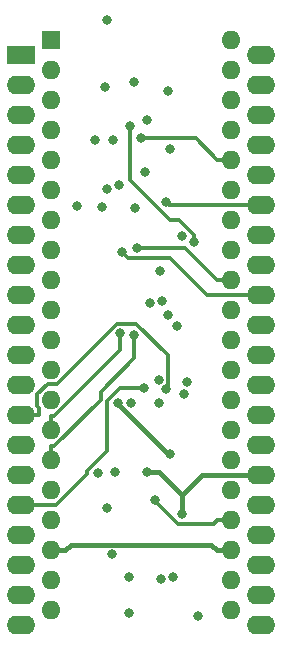
<source format=gtl>
G04 #@! TF.GenerationSoftware,KiCad,Pcbnew,(6.0.9)*
G04 #@! TF.CreationDate,2025-04-02T09:35:11+02:00*
G04 #@! TF.ProjectId,Sombrero_MSX_Goa'uld,536f6d62-7265-4726-9f5f-4d53585f476f,rev?*
G04 #@! TF.SameCoordinates,Original*
G04 #@! TF.FileFunction,Copper,L1,Top*
G04 #@! TF.FilePolarity,Positive*
%FSLAX46Y46*%
G04 Gerber Fmt 4.6, Leading zero omitted, Abs format (unit mm)*
G04 Created by KiCad (PCBNEW (6.0.9)) date 2025-04-02 09:35:11*
%MOMM*%
%LPD*%
G01*
G04 APERTURE LIST*
G04 #@! TA.AperFunction,ComponentPad*
%ADD10R,2.400000X1.600000*%
G04 #@! TD*
G04 #@! TA.AperFunction,ComponentPad*
%ADD11O,2.400000X1.600000*%
G04 #@! TD*
G04 #@! TA.AperFunction,ComponentPad*
%ADD12R,1.600000X1.600000*%
G04 #@! TD*
G04 #@! TA.AperFunction,ComponentPad*
%ADD13O,1.600000X1.600000*%
G04 #@! TD*
G04 #@! TA.AperFunction,ViaPad*
%ADD14C,0.800000*%
G04 #@! TD*
G04 #@! TA.AperFunction,Conductor*
%ADD15C,0.450000*%
G04 #@! TD*
G04 #@! TA.AperFunction,Conductor*
%ADD16C,0.300000*%
G04 #@! TD*
G04 APERTURE END LIST*
D10*
X137160000Y-77470000D03*
D11*
X137160000Y-80010000D03*
X137160000Y-82550000D03*
X137160000Y-85090000D03*
X137160000Y-87630000D03*
X137160000Y-90170000D03*
X137160000Y-92710000D03*
X137160000Y-95250000D03*
X137160000Y-97790000D03*
X137160000Y-100330000D03*
X137160000Y-102870000D03*
X137160000Y-105410000D03*
X137160000Y-107950000D03*
X137160000Y-110490000D03*
X137160000Y-113030000D03*
X137160000Y-115570000D03*
X137160000Y-118110000D03*
X137160000Y-120650000D03*
X137160000Y-123190000D03*
X137160000Y-125730000D03*
X157480000Y-125730000D03*
X157480000Y-123190000D03*
X157480000Y-120650000D03*
X157480000Y-118110000D03*
X157480000Y-115570000D03*
X157480000Y-113030000D03*
X157480000Y-110490000D03*
X157480000Y-107950000D03*
X157480000Y-105410000D03*
X157480000Y-102870000D03*
X157480000Y-100330000D03*
X157480000Y-97790000D03*
X157480000Y-95250000D03*
X157480000Y-92710000D03*
X157480000Y-90170000D03*
X157480000Y-87630000D03*
X157480000Y-85090000D03*
X157480000Y-82550000D03*
X157480000Y-80010000D03*
X157480000Y-77470000D03*
D12*
X139710000Y-76200000D03*
D13*
X139710000Y-78740000D03*
X139710000Y-81280000D03*
X139710000Y-83820000D03*
X139710000Y-86360000D03*
X139710000Y-88900000D03*
X139710000Y-91440000D03*
X139710000Y-93980000D03*
X139710000Y-96520000D03*
X139710000Y-99060000D03*
X139710000Y-101600000D03*
X139710000Y-104140000D03*
X139710000Y-106680000D03*
X139710000Y-109220000D03*
X139710000Y-111760000D03*
X139710000Y-114300000D03*
X139710000Y-116840000D03*
X139710000Y-119380000D03*
X139710000Y-121920000D03*
X139710000Y-124460000D03*
X154950000Y-124460000D03*
X154950000Y-121920000D03*
X154950000Y-119380000D03*
X154950000Y-116840000D03*
X154950000Y-114300000D03*
X154950000Y-111760000D03*
X154950000Y-109220000D03*
X154950000Y-106680000D03*
X154950000Y-104140000D03*
X154950000Y-101600000D03*
X154950000Y-99060000D03*
X154950000Y-96520000D03*
X154950000Y-93980000D03*
X154950000Y-91440000D03*
X154950000Y-88900000D03*
X154950000Y-86360000D03*
X154950000Y-83820000D03*
X154950000Y-81280000D03*
X154950000Y-78740000D03*
X154950000Y-76200000D03*
D14*
X145373600Y-106928600D03*
X149777300Y-111268800D03*
X150777400Y-116353400D03*
X141872700Y-90291000D03*
X144423600Y-88793000D03*
X146339400Y-124684900D03*
X147869400Y-112789700D03*
X150827000Y-92791600D03*
X147842300Y-82947400D03*
X151844700Y-93336600D03*
X146394300Y-83453300D03*
X145748200Y-94102200D03*
X144037100Y-90345100D03*
X144425000Y-115797300D03*
X145561900Y-101014200D03*
X146768400Y-101166600D03*
X148069800Y-98486900D03*
X149070000Y-98284300D03*
X149639800Y-99512200D03*
X150358900Y-100446300D03*
X146800700Y-90403800D03*
X146992900Y-93770700D03*
X145451500Y-88452500D03*
X147289100Y-84532800D03*
X149612100Y-80496600D03*
X144260300Y-80214500D03*
X146738500Y-79728400D03*
X152193800Y-124965900D03*
X143462700Y-84663000D03*
X144987900Y-84674000D03*
X144426000Y-74526100D03*
X149432400Y-89902100D03*
X147628100Y-87381700D03*
X148500900Y-115125500D03*
X150008000Y-121671300D03*
X149007900Y-121801800D03*
X144853500Y-119749900D03*
X148938500Y-95721100D03*
X149818500Y-85457200D03*
X143662600Y-112816200D03*
X145164600Y-112779500D03*
X146315000Y-121701900D03*
X151217200Y-105174600D03*
X151009000Y-106175700D03*
X148834100Y-104992300D03*
X149476700Y-105764300D03*
X148813000Y-106919400D03*
X147581200Y-105684300D03*
X146455400Y-106933400D03*
D15*
X145373600Y-107024400D02*
X149618000Y-111268800D01*
X149618000Y-111268800D02*
X149777300Y-111268800D01*
X145373600Y-106928600D02*
X145373600Y-107024400D01*
X147869400Y-112789800D02*
X147869400Y-112789700D01*
X152473200Y-113030000D02*
X150777400Y-114725800D01*
X150777400Y-114725800D02*
X148841400Y-112789800D01*
X157480000Y-113030000D02*
X152473200Y-113030000D01*
X150777400Y-114725800D02*
X150777400Y-116353400D01*
X148841400Y-112789800D02*
X147869400Y-112789800D01*
X141390300Y-118924800D02*
X140935100Y-119380000D01*
X153269700Y-118924800D02*
X141390300Y-118924800D01*
X153724900Y-119380000D02*
X153269700Y-118924800D01*
X154950000Y-119380000D02*
X153724900Y-119380000D01*
X139710000Y-119380000D02*
X140935100Y-119380000D01*
D16*
X149810700Y-91421500D02*
X150528200Y-91421500D01*
X151844700Y-92738000D02*
X151844700Y-93336600D01*
X146394300Y-83453300D02*
X146394300Y-88005100D01*
X150528200Y-91421500D02*
X151844700Y-92738000D01*
X146394300Y-88005100D02*
X149810700Y-91421500D01*
X145748200Y-94102200D02*
X146266900Y-94620900D01*
X149789800Y-94620900D02*
X152958900Y-97790000D01*
X146266900Y-94620900D02*
X149789800Y-94620900D01*
X152958900Y-97790000D02*
X157480000Y-97790000D01*
X145561900Y-101014200D02*
X145561900Y-102456300D01*
X145561900Y-102456300D02*
X139948300Y-108069900D01*
X139710000Y-109220000D02*
X139710000Y-108069900D01*
X139948300Y-108069900D02*
X139710000Y-108069900D01*
X146768400Y-101166600D02*
X146768400Y-103110200D01*
X139975900Y-110609900D02*
X139710000Y-110609900D01*
X143921700Y-105956900D02*
X143921700Y-106664100D01*
X143921700Y-106664100D02*
X139975900Y-110609900D01*
X146768400Y-103110200D02*
X143921700Y-105956900D01*
X139710000Y-111760000D02*
X139710000Y-110609900D01*
X146992900Y-93770700D02*
X151050600Y-93770700D01*
X151050600Y-93770700D02*
X153799900Y-96520000D01*
X154950000Y-96520000D02*
X153799900Y-96520000D01*
X147289100Y-84532800D02*
X151972700Y-84532800D01*
X151972700Y-84532800D02*
X153799900Y-86360000D01*
X154950000Y-86360000D02*
X153799900Y-86360000D01*
X149700300Y-90170000D02*
X149432400Y-89902100D01*
X157480000Y-90170000D02*
X149700300Y-90170000D01*
X148500900Y-115197200D02*
X150447000Y-117143300D01*
X148500900Y-115125500D02*
X148500900Y-115197200D01*
X150447000Y-117143300D02*
X153496600Y-117143300D01*
X154950000Y-116840000D02*
X153799900Y-116840000D01*
X153496600Y-117143300D02*
X153799900Y-116840000D01*
X138541600Y-107202000D02*
X138710100Y-107370500D01*
X137160000Y-107950000D02*
X138710100Y-107950000D01*
X149476700Y-105764300D02*
X149584200Y-105656800D01*
X146892600Y-100198300D02*
X145311400Y-100198300D01*
X138541600Y-106191600D02*
X138541600Y-107202000D01*
X149584200Y-102889900D02*
X146892600Y-100198300D01*
X149584200Y-105656800D02*
X149584200Y-102889900D01*
X139443000Y-105290200D02*
X138541600Y-106191600D01*
X138710100Y-107370500D02*
X138710100Y-107950000D01*
X140219500Y-105290200D02*
X139443000Y-105290200D01*
X145311400Y-100198300D02*
X140219500Y-105290200D01*
X142734000Y-112973800D02*
X140137800Y-115570000D01*
X140137800Y-115570000D02*
X137160000Y-115570000D01*
X144434400Y-106776600D02*
X144434400Y-110950000D01*
X144434400Y-110950000D02*
X142734000Y-112650400D01*
X145526700Y-105684300D02*
X144434400Y-106776600D01*
X142734000Y-112650400D02*
X142734000Y-112973800D01*
X147581200Y-105684300D02*
X145526700Y-105684300D01*
M02*

</source>
